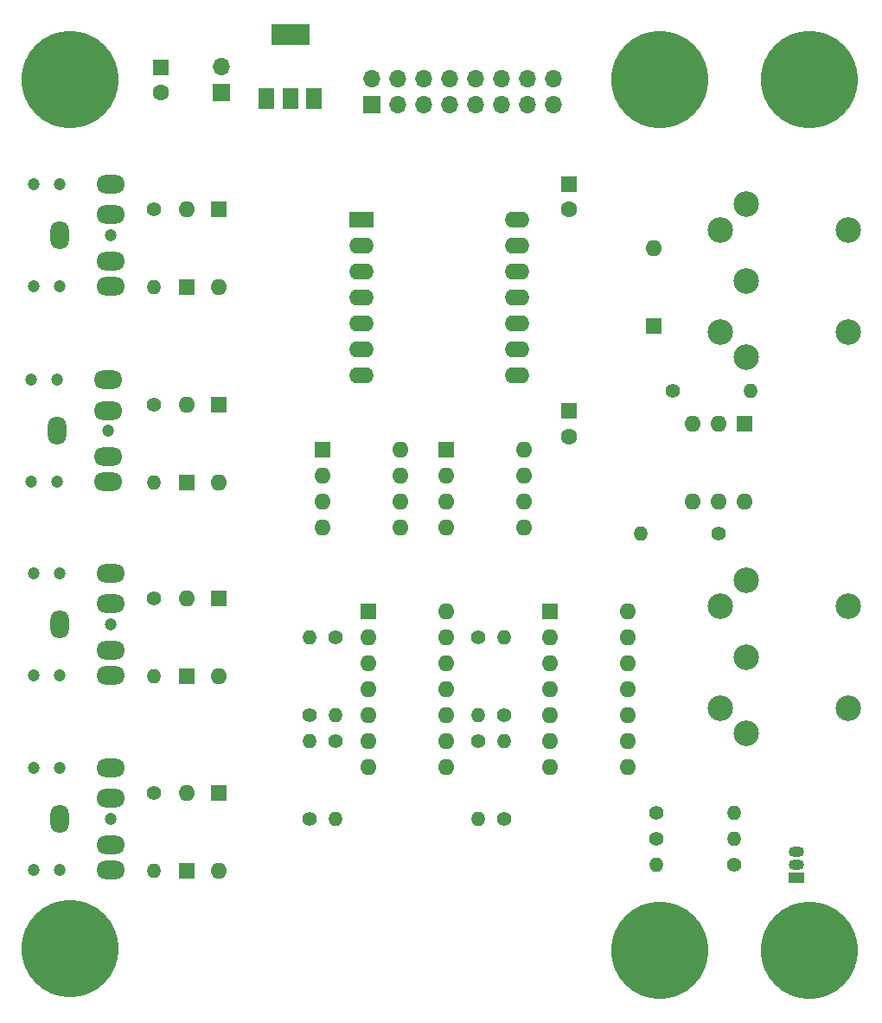
<source format=gts>
%TF.GenerationSoftware,KiCad,Pcbnew,(6.0.1)*%
%TF.CreationDate,2022-09-23T09:04:43-04:00*%
%TF.ProjectId,SYNTH-MIDI-CV4-01,53594e54-482d-44d4-9944-492d4356342d,1*%
%TF.SameCoordinates,Original*%
%TF.FileFunction,Soldermask,Top*%
%TF.FilePolarity,Negative*%
%FSLAX46Y46*%
G04 Gerber Fmt 4.6, Leading zero omitted, Abs format (unit mm)*
G04 Created by KiCad (PCBNEW (6.0.1)) date 2022-09-23 09:04:43*
%MOMM*%
%LPD*%
G01*
G04 APERTURE LIST*
%ADD10O,1.600000X1.600000*%
%ADD11R,1.600000X1.600000*%
%ADD12C,1.400000*%
%ADD13O,1.400000X1.400000*%
%ADD14C,1.600000*%
%ADD15C,9.525000*%
%ADD16O,2.800000X1.800000*%
%ADD17O,1.800000X2.800000*%
%ADD18C,1.200000*%
%ADD19C,2.500000*%
%ADD20R,1.700000X1.700000*%
%ADD21O,1.700000X1.700000*%
%ADD22R,1.500000X1.050000*%
%ADD23O,1.500000X1.050000*%
%ADD24R,2.400000X1.600000*%
%ADD25O,2.400000X1.600000*%
%ADD26R,1.500000X2.000000*%
%ADD27R,3.800000X2.000000*%
G04 APERTURE END LIST*
D10*
%TO.C,U6*%
X128915000Y-80640000D03*
X128915000Y-83180000D03*
X128915000Y-85720000D03*
X128915000Y-88260000D03*
X128915000Y-90800000D03*
X128915000Y-93340000D03*
X128915000Y-95880000D03*
X121295000Y-95880000D03*
X121295000Y-93340000D03*
X121295000Y-90800000D03*
X121295000Y-88260000D03*
X121295000Y-85720000D03*
X121295000Y-83180000D03*
D11*
X121295000Y-80640000D03*
%TD*%
D12*
%TO.C,R6*%
X118110000Y-83185000D03*
D13*
X118110000Y-90805000D03*
%TD*%
D12*
%TO.C,R16*%
X149500000Y-102870000D03*
D13*
X157120000Y-102870000D03*
%TD*%
D11*
%TO.C,U3*%
X116850000Y-64780000D03*
D10*
X116850000Y-67320000D03*
X116850000Y-69860000D03*
X116850000Y-72400000D03*
X124470000Y-72400000D03*
X124470000Y-69860000D03*
X124470000Y-67320000D03*
X124470000Y-64780000D03*
%TD*%
D13*
%TO.C,R11*%
X132080000Y-100965000D03*
D12*
X132080000Y-93345000D03*
%TD*%
%TO.C,R10*%
X118110000Y-93345000D03*
D13*
X118110000Y-100965000D03*
%TD*%
D11*
%TO.C,C3*%
X140970000Y-38799888D03*
D14*
X140970000Y-41299888D03*
%TD*%
D11*
%TO.C,D8*%
X106680000Y-98425000D03*
D10*
X106680000Y-106045000D03*
%TD*%
D11*
%TO.C,C2*%
X140970000Y-61024888D03*
D14*
X140970000Y-63524888D03*
%TD*%
D11*
%TO.C,D2*%
X106680000Y-41275000D03*
D10*
X106680000Y-48895000D03*
%TD*%
D15*
%TO.C,MTG2*%
X92075000Y-113665000D03*
%TD*%
%TO.C,MTG3*%
X164465000Y-28575000D03*
%TD*%
%TO.C,MTG6*%
X149860000Y-113792000D03*
%TD*%
D12*
%TO.C,R2*%
X100330000Y-60420000D03*
D13*
X100330000Y-68040000D03*
%TD*%
D12*
%TO.C,R4*%
X100330000Y-98425000D03*
D13*
X100330000Y-106045000D03*
%TD*%
D12*
%TO.C,R13*%
X151130000Y-59055000D03*
D13*
X158750000Y-59055000D03*
%TD*%
%TO.C,R7*%
X132080000Y-90805000D03*
D12*
X132080000Y-83185000D03*
%TD*%
D16*
%TO.C,J3*%
X96075000Y-103465000D03*
X96075000Y-105965000D03*
D17*
X91075000Y-100965000D03*
D16*
X96075000Y-98965000D03*
X96075000Y-95965000D03*
D18*
X91075000Y-105965000D03*
X91075000Y-95965000D03*
X88575000Y-95965000D03*
X96075000Y-100965000D03*
X88575000Y-105965000D03*
%TD*%
D10*
%TO.C,U5*%
X158115000Y-69850000D03*
X155575000Y-69850000D03*
X153035000Y-69850000D03*
X153035000Y-62230000D03*
X155575000Y-62230000D03*
D11*
X158115000Y-62230000D03*
%TD*%
D16*
%TO.C,J5*%
X95805000Y-65460000D03*
X95805000Y-67960000D03*
D17*
X90805000Y-62960000D03*
D16*
X95805000Y-60960000D03*
X95805000Y-57960000D03*
D18*
X88305000Y-67960000D03*
X90805000Y-67960000D03*
X95805000Y-62960000D03*
X88305000Y-57960000D03*
X90805000Y-57960000D03*
%TD*%
D11*
%TO.C,D3*%
X103505000Y-68040000D03*
D10*
X103505000Y-60420000D03*
%TD*%
D11*
%TO.C,U4*%
X128915000Y-64780000D03*
D10*
X128915000Y-67320000D03*
X128915000Y-69860000D03*
X128915000Y-72400000D03*
X136535000Y-72400000D03*
X136535000Y-69860000D03*
X136535000Y-67320000D03*
X136535000Y-64780000D03*
%TD*%
D11*
%TO.C,D9*%
X149225000Y-52705000D03*
D10*
X149225000Y-45085000D03*
%TD*%
D12*
%TO.C,R1*%
X100330000Y-41275000D03*
D13*
X100330000Y-48895000D03*
%TD*%
D11*
%TO.C,D1*%
X103505000Y-48895000D03*
D10*
X103505000Y-41275000D03*
%TD*%
D11*
%TO.C,D7*%
X103505000Y-106045000D03*
D10*
X103505000Y-98425000D03*
%TD*%
%TO.C,D6*%
X106680000Y-86995000D03*
D11*
X106680000Y-79375000D03*
%TD*%
D19*
%TO.C,J6*%
X168290000Y-80090000D03*
X168290000Y-90090000D03*
X155790000Y-90090000D03*
X155790000Y-80090000D03*
X158290000Y-92590000D03*
X158290000Y-85090000D03*
X158290000Y-77590000D03*
%TD*%
D13*
%TO.C,R5*%
X115570000Y-83185000D03*
D12*
X115570000Y-90805000D03*
%TD*%
D13*
%TO.C,R3*%
X100330000Y-86995000D03*
D12*
X100330000Y-79375000D03*
%TD*%
D15*
%TO.C,MTG5*%
X149860000Y-28575000D03*
%TD*%
D11*
%TO.C,D4*%
X106680000Y-60420000D03*
D10*
X106680000Y-68040000D03*
%TD*%
D20*
%TO.C,J1*%
X121666000Y-31050000D03*
D21*
X121666000Y-28510000D03*
X124206000Y-31050000D03*
X124206000Y-28510000D03*
X126746000Y-31050000D03*
X126746000Y-28510000D03*
X129286000Y-31050000D03*
X129286000Y-28510000D03*
X131826000Y-31050000D03*
X131826000Y-28510000D03*
X134366000Y-31050000D03*
X134366000Y-28510000D03*
X136906000Y-31050000D03*
X136906000Y-28510000D03*
X139446000Y-31050000D03*
X139446000Y-28510000D03*
%TD*%
D22*
%TO.C,Q1*%
X163195000Y-106680000D03*
D23*
X163195000Y-105410000D03*
X163195000Y-104140000D03*
%TD*%
D24*
%TO.C,U2*%
X120650000Y-42291000D03*
D25*
X120650000Y-44831000D03*
X120650000Y-47371000D03*
X120650000Y-49911000D03*
X120650000Y-52451000D03*
X120650000Y-54991000D03*
X120650000Y-57531000D03*
X135890000Y-57531000D03*
X135890000Y-54991000D03*
X135890000Y-52451000D03*
X135890000Y-49911000D03*
X135890000Y-47371000D03*
X135890000Y-44831000D03*
X135890000Y-42291000D03*
%TD*%
D11*
%TO.C,D5*%
X103505000Y-86995000D03*
D10*
X103505000Y-79375000D03*
%TD*%
D21*
%TO.C,H1*%
X106934000Y-27310000D03*
D20*
X106934000Y-29850000D03*
%TD*%
D15*
%TO.C,MTG4*%
X164465000Y-113792000D03*
%TD*%
%TO.C,MTG1*%
X92075000Y-28575000D03*
%TD*%
D13*
%TO.C,R8*%
X134620000Y-83185000D03*
D12*
X134620000Y-90805000D03*
%TD*%
D13*
%TO.C,R14*%
X147955000Y-73025000D03*
D12*
X155575000Y-73025000D03*
%TD*%
%TO.C,R9*%
X115570000Y-100965000D03*
D13*
X115570000Y-93345000D03*
%TD*%
%TO.C,R12*%
X134620000Y-93345000D03*
D12*
X134620000Y-100965000D03*
%TD*%
D19*
%TO.C,J4*%
X168290000Y-43260000D03*
X168290000Y-53260000D03*
X155790000Y-53260000D03*
X155790000Y-43260000D03*
X158290000Y-55760000D03*
X158290000Y-48260000D03*
X158290000Y-40760000D03*
%TD*%
D12*
%TO.C,R15*%
X149500000Y-100330000D03*
D13*
X157120000Y-100330000D03*
%TD*%
D18*
%TO.C,J2*%
X88575000Y-76915000D03*
X91075000Y-76915000D03*
X96075000Y-81915000D03*
X91075000Y-86915000D03*
X88575000Y-86915000D03*
D16*
X96075000Y-76915000D03*
X96075000Y-79915000D03*
D17*
X91075000Y-81915000D03*
D16*
X96075000Y-86915000D03*
X96075000Y-84415000D03*
%TD*%
D14*
%TO.C,C1*%
X100965000Y-29869888D03*
D11*
X100965000Y-27369888D03*
%TD*%
D16*
%TO.C,J7*%
X96075000Y-46315000D03*
X96075000Y-48815000D03*
D17*
X91075000Y-43815000D03*
D16*
X96075000Y-41815000D03*
X96075000Y-38815000D03*
D18*
X88575000Y-48815000D03*
X96075000Y-43815000D03*
X91075000Y-48815000D03*
X88575000Y-38815000D03*
X91075000Y-38815000D03*
%TD*%
D10*
%TO.C,U7*%
X146695000Y-80640000D03*
X146695000Y-83180000D03*
X146695000Y-85720000D03*
X146695000Y-88260000D03*
X146695000Y-90800000D03*
X146695000Y-93340000D03*
X146695000Y-95880000D03*
X139075000Y-95880000D03*
X139075000Y-93340000D03*
X139075000Y-90800000D03*
X139075000Y-88260000D03*
X139075000Y-85720000D03*
X139075000Y-83180000D03*
D11*
X139075000Y-80640000D03*
%TD*%
D13*
%TO.C,R17*%
X149500000Y-105410000D03*
D12*
X157120000Y-105410000D03*
%TD*%
D26*
%TO.C,U1*%
X111365000Y-30455000D03*
X113665000Y-30455000D03*
X115965000Y-30455000D03*
D27*
X113665000Y-24155000D03*
%TD*%
M02*

</source>
